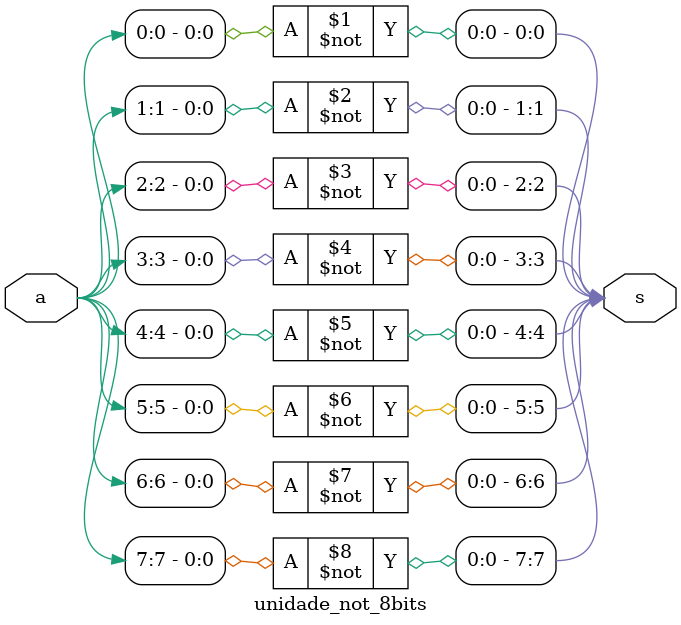
<source format=v>

module unidade_not_8bits (
    input  wire [7:0] a,    // Operando de entrada de 8 bits
    output wire [7:0] s     // Resultado da operação NOT
);

    // Instanciação de portas NOT para cada bit
    not U_NOT0 (s[0], a[0]);
    not U_NOT1 (s[1], a[1]);
    not U_NOT2 (s[2], a[2]);
    not U_NOT3 (s[3], a[3]);
    not U_NOT4 (s[4], a[4]);
    not U_NOT5 (s[5], a[5]);
    not U_NOT6 (s[6], a[6]);
    not U_NOT7 (s[7], a[7]);

endmodule

</source>
